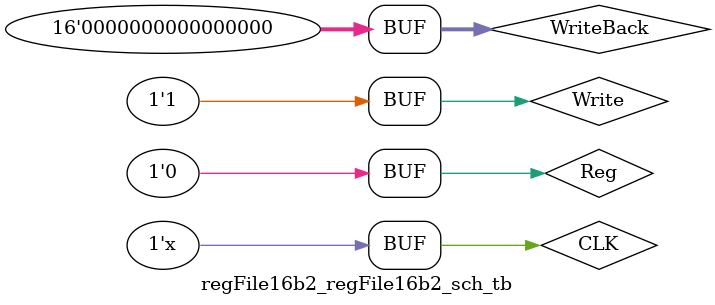
<source format=v>

`timescale 1ns / 1ps

module regFile16b2_regFile16b2_sch_tb();

// Inputs
   reg Write;
   reg CLK;
   reg [15:0] WriteBack;
   reg Reg;

// Output
   wire [15:0] DataOut;

// Bidirs

// Instantiate the UUT
   regFile16b2 UUT (
		.Write(Write), 
		.CLK(CLK), 
		.WriteBack(WriteBack), 
		.DataOut(DataOut), 
		.Reg(Reg)
   );
// Initialize Inputs

      initial begin
		Write = 1'b1;
		CLK = 0;
		WriteBack = 16'h0000;
		Reg = 0;
	   #30;
		end
		


		
		always begin
		#10 CLK = ~CLK;
		end
endmodule

</source>
